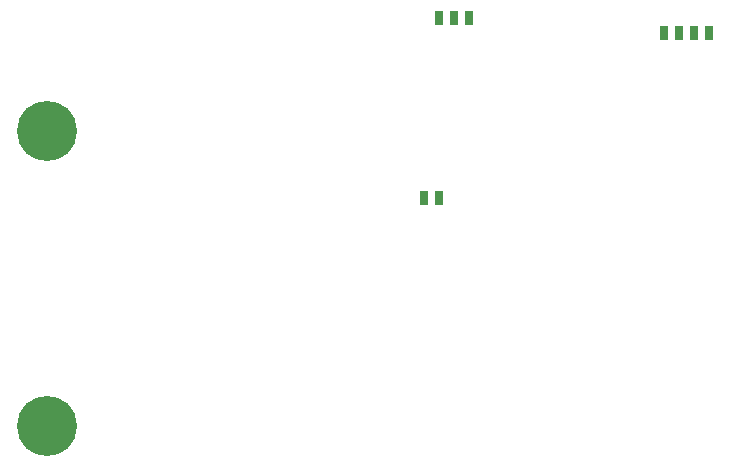
<source format=gtp>
G04 MADE WITH FRITZING*
G04 WWW.FRITZING.ORG*
G04 DOUBLE SIDED*
G04 HOLES PLATED*
G04 CONTOUR ON CENTER OF CONTOUR VECTOR*
%ASAXBY*%
%FSLAX23Y23*%
%MOIN*%
%OFA0B0*%
%SFA1.0B1.0*%
%ADD10C,0.200000*%
%ADD11R,0.026101X0.049166*%
%LNPASTEMASK1*%
G90*
G70*
G54D10*
X161Y485D03*
X161Y1469D03*
X161Y485D03*
X161Y1469D03*
G54D11*
X1517Y1845D03*
X1467Y1845D03*
X1567Y1845D03*
X2367Y1795D03*
X2317Y1795D03*
X2217Y1795D03*
X2267Y1795D03*
X1467Y1245D03*
X1417Y1245D03*
G04 End of PasteMask1*
M02*
</source>
